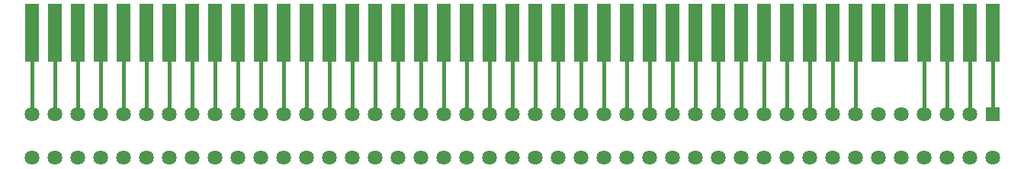
<source format=gbr>
%TF.GenerationSoftware,KiCad,Pcbnew,(5.1.6)-1*%
%TF.CreationDate,2022-03-07T17:14:04-05:00*%
%TF.ProjectId,A500-Side-90,41353030-2d53-4696-9465-2d39302e6b69,rev?*%
%TF.SameCoordinates,Original*%
%TF.FileFunction,Copper,L1,Top*%
%TF.FilePolarity,Positive*%
%FSLAX46Y46*%
G04 Gerber Fmt 4.6, Leading zero omitted, Abs format (unit mm)*
G04 Created by KiCad (PCBNEW (5.1.6)-1) date 2022-03-07 17:14:04*
%MOMM*%
%LPD*%
G01*
G04 APERTURE LIST*
%TA.AperFunction,ComponentPad*%
%ADD10C,1.638300*%
%TD*%
%TA.AperFunction,ComponentPad*%
%ADD11R,1.638300X1.638300*%
%TD*%
%TA.AperFunction,SMDPad,CuDef*%
%ADD12R,1.600000X6.500000*%
%TD*%
%TA.AperFunction,Conductor*%
%ADD13C,0.400000*%
%TD*%
G04 APERTURE END LIST*
D10*
%TO.P,BUS1,86*%
%TO.N,/D5*%
X98298000Y-89039700D03*
%TO.P,BUS1,85*%
%TO.N,GND*%
X98298000Y-84188300D03*
%TO.P,BUS1,84*%
%TO.N,/D6*%
X100838000Y-89039700D03*
%TO.P,BUS1,83*%
%TO.N,/D4*%
X100838000Y-84188300D03*
%TO.P,BUS1,82*%
%TO.N,/D7*%
X103378000Y-89039700D03*
%TO.P,BUS1,81*%
%TO.N,/D3*%
X103378000Y-84188300D03*
%TO.P,BUS1,80*%
%TO.N,/D8*%
X105918000Y-89039700D03*
%TO.P,BUS1,79*%
%TO.N,/D2*%
X105918000Y-84188300D03*
%TO.P,BUS1,78*%
%TO.N,/D9*%
X108458000Y-89039700D03*
%TO.P,BUS1,77*%
%TO.N,/D1*%
X108458000Y-84188300D03*
%TO.P,BUS1,76*%
%TO.N,/D10*%
X110998000Y-89039700D03*
%TO.P,BUS1,75*%
%TO.N,/D0*%
X110998000Y-84188300D03*
%TO.P,BUS1,74*%
%TO.N,/AS*%
X113538000Y-89039700D03*
%TO.P,BUS1,73*%
%TO.N,GND*%
X113538000Y-84188300D03*
%TO.P,BUS1,72*%
%TO.N,/UDS*%
X116078000Y-89039700D03*
%TO.P,BUS1,71*%
%TO.N,/D11*%
X116078000Y-84188300D03*
%TO.P,BUS1,70*%
%TO.N,/LDS*%
X118618000Y-89039700D03*
%TO.P,BUS1,69*%
%TO.N,/D12*%
X118618000Y-84188300D03*
%TO.P,BUS1,68*%
%TO.N,/RW*%
X121158000Y-89039700D03*
%TO.P,BUS1,67*%
%TO.N,/D13*%
X121158000Y-84188300D03*
%TO.P,BUS1,66*%
%TO.N,/DTACK*%
X123698000Y-89039700D03*
%TO.P,BUS1,65*%
%TO.N,/D14*%
X123698000Y-84188300D03*
%TO.P,BUS1,64*%
%TO.N,/BG*%
X126238000Y-89039700D03*
%TO.P,BUS1,63*%
%TO.N,/D15*%
X126238000Y-84188300D03*
%TO.P,BUS1,62*%
%TO.N,/BGACK*%
X128778000Y-89039700D03*
%TO.P,BUS1,61*%
%TO.N,GND*%
X128778000Y-84188300D03*
%TO.P,BUS1,60*%
%TO.N,/BR*%
X131318000Y-89039700D03*
%TO.P,BUS1,59*%
%TO.N,/A23*%
X131318000Y-84188300D03*
%TO.P,BUS1,58*%
%TO.N,/A21*%
X133858000Y-89039700D03*
%TO.P,BUS1,57*%
%TO.N,/A22*%
X133858000Y-84188300D03*
%TO.P,BUS1,56*%
%TO.N,/A20*%
X136398000Y-89039700D03*
%TO.P,BUS1,55*%
%TO.N,N/C*%
X136398000Y-84188300D03*
%TO.P,BUS1,54*%
%TO.N,/A19*%
X138938000Y-89039700D03*
%TO.P,BUS1,53*%
%TO.N,/RST*%
X138938000Y-84188300D03*
%TO.P,BUS1,52*%
%TO.N,/A18*%
X141478000Y-89039700D03*
%TO.P,BUS1,51*%
%TO.N,/VMA*%
X141478000Y-84188300D03*
%TO.P,BUS1,50*%
%TO.N,/E*%
X144018000Y-89039700D03*
%TO.P,BUS1,49*%
%TO.N,GND*%
X144018000Y-84188300D03*
%TO.P,BUS1,48*%
%TO.N,/VPA*%
X146558000Y-89039700D03*
%TO.P,BUS1,47*%
%TO.N,/A17*%
X146558000Y-84188300D03*
%TO.P,BUS1,46*%
%TO.N,/BERR*%
X149098000Y-89039700D03*
%TO.P,BUS1,45*%
%TO.N,/A16*%
X149098000Y-84188300D03*
%TO.P,BUS1,44*%
%TO.N,/IPL2*%
X151638000Y-89039700D03*
%TO.P,BUS1,43*%
%TO.N,/A15*%
X151638000Y-84188300D03*
%TO.P,BUS1,42*%
%TO.N,/IPL1*%
X154178000Y-89039700D03*
%TO.P,BUS1,41*%
%TO.N,/A14*%
X154178000Y-84188300D03*
%TO.P,BUS1,40*%
%TO.N,/IPL0*%
X156718000Y-89039700D03*
%TO.P,BUS1,39*%
%TO.N,/A13*%
X156718000Y-84188300D03*
%TO.P,BUS1,38*%
%TO.N,/A12*%
X159258000Y-89039700D03*
%TO.P,BUS1,37*%
%TO.N,GND*%
X159258000Y-84188300D03*
%TO.P,BUS1,36*%
%TO.N,/A11*%
X161798000Y-89039700D03*
%TO.P,BUS1,35*%
%TO.N,/FC2*%
X161798000Y-84188300D03*
%TO.P,BUS1,34*%
%TO.N,/A10*%
X164338000Y-89039700D03*
%TO.P,BUS1,33*%
%TO.N,/FC1*%
X164338000Y-84188300D03*
%TO.P,BUS1,32*%
%TO.N,/A9*%
X166878000Y-89039700D03*
%TO.P,BUS1,31*%
%TO.N,/FC0*%
X166878000Y-84188300D03*
%TO.P,BUS1,30*%
%TO.N,/A8*%
X169418000Y-89039700D03*
%TO.P,BUS1,29*%
%TO.N,/A1*%
X169418000Y-84188300D03*
%TO.P,BUS1,28*%
%TO.N,/A7*%
X171958000Y-89039700D03*
%TO.P,BUS1,27*%
%TO.N,/A2*%
X171958000Y-84188300D03*
%TO.P,BUS1,26*%
%TO.N,/A3*%
X174498000Y-89039700D03*
%TO.P,BUS1,25*%
%TO.N,GND*%
X174498000Y-84188300D03*
%TO.P,BUS1,24*%
%TO.N,/A4*%
X177038000Y-89039700D03*
%TO.P,BUS1,23*%
%TO.N,/A6*%
X177038000Y-84188300D03*
%TO.P,BUS1,22*%
%TO.N,/INT6*%
X179578000Y-89039700D03*
%TO.P,BUS1,21*%
%TO.N,/A5*%
X179578000Y-84188300D03*
%TO.P,BUS1,20*%
%TO.N,Net-(BUS1-Pad20)*%
X182118000Y-89039700D03*
%TO.P,BUS1,19*%
%TO.N,/INT2*%
X182118000Y-84188300D03*
%TO.P,BUS1,18*%
%TO.N,/XRDY*%
X184658000Y-89039700D03*
%TO.P,BUS1,17*%
%TO.N,/HLT*%
X184658000Y-84188300D03*
%TO.P,BUS1,16*%
%TO.N,/CCK*%
X187198000Y-89039700D03*
%TO.P,BUS1,15*%
%TO.N,/CDAC*%
X187198000Y-84188300D03*
%TO.P,BUS1,14*%
%TO.N,/CCKQ*%
X189738000Y-89039700D03*
%TO.P,BUS1,13*%
%TO.N,GND*%
X189738000Y-84188300D03*
%TO.P,BUS1,12*%
%TO.N,/CFG*%
X192278000Y-89039700D03*
%TO.P,BUS1,11*%
%TO.N,Net-(BUS1-Pad11)*%
X192278000Y-84188300D03*
%TO.P,BUS1,10*%
%TO.N,+12V*%
X194818000Y-89039700D03*
%TO.P,BUS1,9*%
%TO.N,Net-(BUS1-Pad9)*%
X194818000Y-84188300D03*
%TO.P,BUS1,8*%
%TO.N,-12V*%
X197358000Y-89039700D03*
%TO.P,BUS1,7*%
%TO.N,/7MHZ*%
X197358000Y-84188300D03*
%TO.P,BUS1,6*%
%TO.N,+5V*%
X199898000Y-89039700D03*
%TO.P,BUS1,5*%
X199898000Y-84188300D03*
%TO.P,BUS1,4*%
%TO.N,GND*%
X202438000Y-89039700D03*
%TO.P,BUS1,3*%
X202438000Y-84188300D03*
%TO.P,BUS1,2*%
X204978000Y-89039700D03*
D11*
%TO.P,BUS1,1*%
X204978000Y-84188300D03*
%TD*%
D12*
%TO.P,BUS2,85*%
%TO.N,GND*%
X98298000Y-75184000D03*
%TO.P,BUS2,83*%
%TO.N,/D4*%
X100838000Y-75184000D03*
%TO.P,BUS2,81*%
%TO.N,/D3*%
X103378000Y-75184000D03*
%TO.P,BUS2,79*%
%TO.N,/D2*%
X105918000Y-75184000D03*
%TO.P,BUS2,77*%
%TO.N,/D1*%
X108458000Y-75184000D03*
%TO.P,BUS2,75*%
%TO.N,/D0*%
X110998000Y-75184000D03*
%TO.P,BUS2,73*%
%TO.N,GND*%
X113538000Y-75184000D03*
%TO.P,BUS2,71*%
%TO.N,/D11*%
X116078000Y-75184000D03*
%TO.P,BUS2,69*%
%TO.N,/D12*%
X118618000Y-75184000D03*
%TO.P,BUS2,67*%
%TO.N,/D13*%
X121158000Y-75184000D03*
%TO.P,BUS2,65*%
%TO.N,/D14*%
X123698000Y-75184000D03*
%TO.P,BUS2,63*%
%TO.N,/D15*%
X126238000Y-75184000D03*
%TO.P,BUS2,61*%
%TO.N,GND*%
X128778000Y-75184000D03*
%TO.P,BUS2,59*%
%TO.N,/A23*%
X131318000Y-75184000D03*
%TO.P,BUS2,57*%
%TO.N,/A22*%
X133858000Y-75184000D03*
%TO.P,BUS2,55*%
%TO.N,N/C*%
X136398000Y-75184000D03*
%TO.P,BUS2,53*%
%TO.N,/RST*%
X138938000Y-75184000D03*
%TO.P,BUS2,51*%
%TO.N,/VMA*%
X141478000Y-75184000D03*
%TO.P,BUS2,49*%
%TO.N,GND*%
X144018000Y-75184000D03*
%TO.P,BUS2,47*%
%TO.N,/A17*%
X146558000Y-75184000D03*
%TO.P,BUS2,45*%
%TO.N,/A16*%
X149098000Y-75184000D03*
%TO.P,BUS2,43*%
%TO.N,/A15*%
X151638000Y-75184000D03*
%TO.P,BUS2,41*%
%TO.N,/A14*%
X154178000Y-75184000D03*
%TO.P,BUS2,39*%
%TO.N,/A13*%
X156718000Y-75184000D03*
%TO.P,BUS2,37*%
%TO.N,GND*%
X159258000Y-75184000D03*
%TO.P,BUS2,35*%
%TO.N,/FC2*%
X161798000Y-75184000D03*
%TO.P,BUS2,33*%
%TO.N,/FC1*%
X164338000Y-75184000D03*
%TO.P,BUS2,31*%
%TO.N,/FC0*%
X166878000Y-75184000D03*
%TO.P,BUS2,29*%
%TO.N,/A1*%
X169418000Y-75184000D03*
%TO.P,BUS2,27*%
%TO.N,/A2*%
X171958000Y-75184000D03*
%TO.P,BUS2,25*%
%TO.N,GND*%
X174498000Y-75184000D03*
%TO.P,BUS2,23*%
%TO.N,/A6*%
X177038000Y-75184000D03*
%TO.P,BUS2,21*%
%TO.N,/A5*%
X179578000Y-75184000D03*
%TO.P,BUS2,19*%
%TO.N,/INT2*%
X182118000Y-75184000D03*
%TO.P,BUS2,17*%
%TO.N,/HLT*%
X184658000Y-75184000D03*
%TO.P,BUS2,15*%
%TO.N,/CDAC*%
X187198000Y-75184000D03*
%TO.P,BUS2,13*%
%TO.N,GND*%
X189738000Y-75184000D03*
%TO.P,BUS2,11*%
%TO.N,Net-(BUS2-Pad11)*%
X192278000Y-75184000D03*
%TO.P,BUS2,9*%
%TO.N,Net-(BUS2-Pad9)*%
X194818000Y-75184000D03*
%TO.P,BUS2,7*%
%TO.N,/7MHZ*%
X197358000Y-75184000D03*
%TO.P,BUS2,5*%
%TO.N,+5V*%
X199898000Y-75184000D03*
%TO.P,BUS2,3*%
%TO.N,GND*%
X202438000Y-75184000D03*
%TO.P,BUS2,1*%
X204978000Y-75184000D03*
%TD*%
D13*
%TO.N,*%
X136398000Y-84188300D02*
X136398000Y-75184000D01*
%TO.N,GND*%
X189738000Y-84188300D02*
X189738000Y-75184000D01*
X202438000Y-84188300D02*
X202438000Y-75184000D01*
X204978000Y-84188300D02*
X204978000Y-75184000D01*
X174498000Y-84188300D02*
X174498000Y-75184000D01*
X159258000Y-84188300D02*
X159258000Y-75184000D01*
X144018000Y-84188300D02*
X144018000Y-75184000D01*
X128778000Y-84188300D02*
X128778000Y-75184000D01*
X98298000Y-84188300D02*
X98298000Y-75184000D01*
X113538000Y-84188300D02*
X113538000Y-75184000D01*
%TO.N,/D4*%
X100838000Y-84188300D02*
X100838000Y-75184000D01*
%TO.N,/D3*%
X103378000Y-84188300D02*
X103378000Y-75184000D01*
%TO.N,/D2*%
X105918000Y-84188300D02*
X105918000Y-75184000D01*
%TO.N,/D1*%
X108458000Y-84188300D02*
X108458000Y-75184000D01*
%TO.N,/D0*%
X110998000Y-84188300D02*
X110998000Y-75184000D01*
%TO.N,/D11*%
X116078000Y-84188300D02*
X116078000Y-75184000D01*
%TO.N,/D12*%
X118618000Y-84188300D02*
X118618000Y-75184000D01*
%TO.N,/D13*%
X121158000Y-84188300D02*
X121158000Y-75184000D01*
%TO.N,/D14*%
X123698000Y-84188300D02*
X123698000Y-75184000D01*
%TO.N,/D15*%
X126238000Y-84188300D02*
X126238000Y-75184000D01*
%TO.N,/A23*%
X131318000Y-84188300D02*
X131318000Y-75184000D01*
%TO.N,/A22*%
X133858000Y-84188300D02*
X133858000Y-75184000D01*
%TO.N,/RST*%
X138938000Y-84188300D02*
X138938000Y-75184000D01*
%TO.N,/VMA*%
X141478000Y-84188300D02*
X141478000Y-75184000D01*
%TO.N,/A17*%
X146558000Y-84188300D02*
X146558000Y-75184000D01*
%TO.N,/A16*%
X149098000Y-84188300D02*
X149098000Y-75184000D01*
%TO.N,/A15*%
X151638000Y-84188300D02*
X151638000Y-75184000D01*
%TO.N,/A14*%
X154178000Y-84188300D02*
X154178000Y-75184000D01*
%TO.N,/A13*%
X156718000Y-84188300D02*
X156718000Y-75184000D01*
%TO.N,/FC2*%
X161798000Y-84188300D02*
X161798000Y-75184000D01*
%TO.N,/FC1*%
X164338000Y-84188300D02*
X164338000Y-75184000D01*
%TO.N,/FC0*%
X166878000Y-84188300D02*
X166878000Y-75184000D01*
%TO.N,/A1*%
X169418000Y-84188300D02*
X169418000Y-75184000D01*
%TO.N,/A2*%
X171958000Y-84188300D02*
X171958000Y-75184000D01*
%TO.N,/A6*%
X177038000Y-84188300D02*
X177038000Y-75184000D01*
%TO.N,/A5*%
X179578000Y-84188300D02*
X179578000Y-75184000D01*
%TO.N,/INT2*%
X182118000Y-84188300D02*
X182118000Y-75184000D01*
%TO.N,/HLT*%
X184658000Y-84188300D02*
X184658000Y-75184000D01*
%TO.N,/CDAC*%
X187198000Y-84188300D02*
X187198000Y-75184000D01*
%TO.N,/7MHZ*%
X197358000Y-84188300D02*
X197358000Y-75184000D01*
%TO.N,+5V*%
X199898000Y-84188300D02*
X199898000Y-75184000D01*
%TD*%
M02*

</source>
